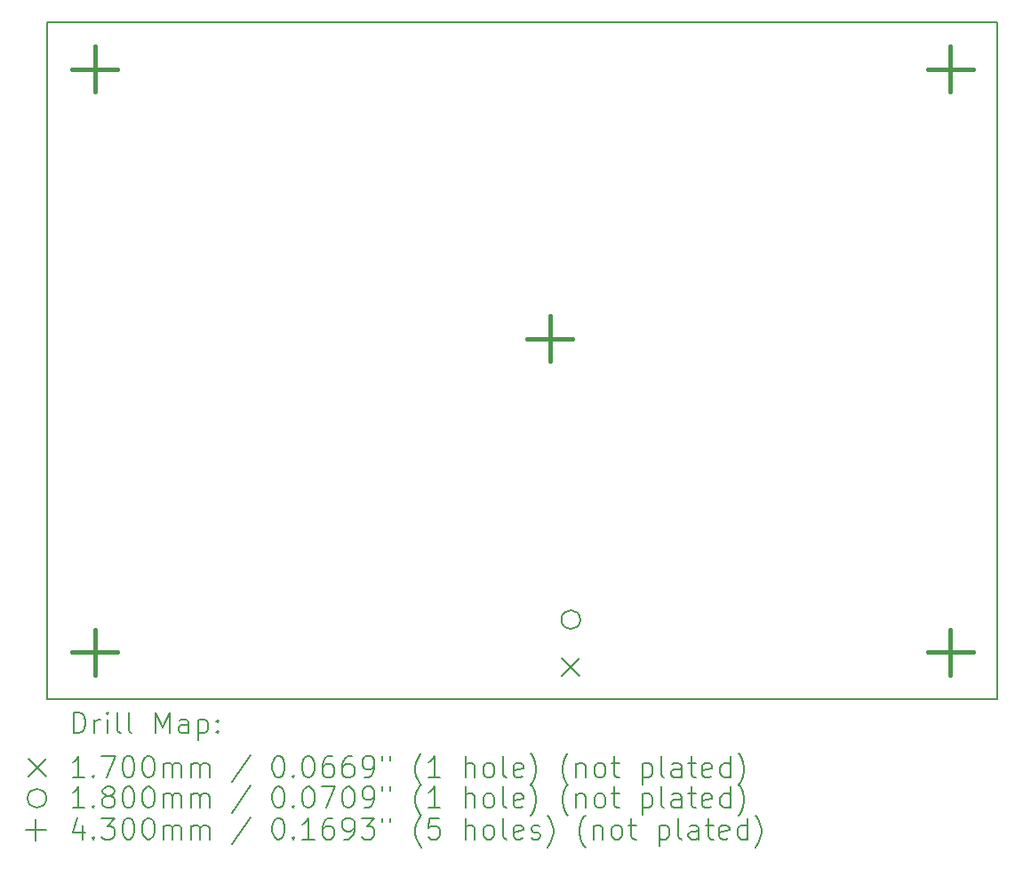
<source format=gbr>
%FSLAX45Y45*%
G04 Gerber Fmt 4.5, Leading zero omitted, Abs format (unit mm)*
G04 Created by KiCad (PCBNEW (6.0.2)) date 2023-08-04 12:45:14*
%MOMM*%
%LPD*%
G01*
G04 APERTURE LIST*
%TA.AperFunction,Profile*%
%ADD10C,0.200000*%
%TD*%
%ADD11C,0.200000*%
%ADD12C,0.170000*%
%ADD13C,0.180000*%
%ADD14C,0.430000*%
G04 APERTURE END LIST*
D10*
X14850000Y-6350000D02*
X5800000Y-6350000D01*
X5800000Y-6350000D02*
X5800000Y-12800000D01*
X5800000Y-12800000D02*
X14850000Y-12800000D01*
X14850000Y-12800000D02*
X14850000Y-6350000D01*
D11*
D12*
X10700750Y-12405000D02*
X10870750Y-12575000D01*
X10870750Y-12405000D02*
X10700750Y-12575000D01*
D13*
X10875750Y-12040000D02*
G75*
G03*
X10875750Y-12040000I-90000J0D01*
G01*
D14*
X6250000Y-6585000D02*
X6250000Y-7015000D01*
X6035000Y-6800000D02*
X6465000Y-6800000D01*
X6250000Y-12135000D02*
X6250000Y-12565000D01*
X6035000Y-12350000D02*
X6465000Y-12350000D01*
X10585000Y-9150000D02*
X10585000Y-9580000D01*
X10370000Y-9365000D02*
X10800000Y-9365000D01*
X14400000Y-6585000D02*
X14400000Y-7015000D01*
X14185000Y-6800000D02*
X14615000Y-6800000D01*
X14400000Y-12135000D02*
X14400000Y-12565000D01*
X14185000Y-12350000D02*
X14615000Y-12350000D01*
D11*
X6047619Y-13120476D02*
X6047619Y-12920476D01*
X6095238Y-12920476D01*
X6123809Y-12930000D01*
X6142857Y-12949048D01*
X6152381Y-12968095D01*
X6161905Y-13006190D01*
X6161905Y-13034762D01*
X6152381Y-13072857D01*
X6142857Y-13091905D01*
X6123809Y-13110952D01*
X6095238Y-13120476D01*
X6047619Y-13120476D01*
X6247619Y-13120476D02*
X6247619Y-12987143D01*
X6247619Y-13025238D02*
X6257143Y-13006190D01*
X6266667Y-12996667D01*
X6285714Y-12987143D01*
X6304762Y-12987143D01*
X6371428Y-13120476D02*
X6371428Y-12987143D01*
X6371428Y-12920476D02*
X6361905Y-12930000D01*
X6371428Y-12939524D01*
X6380952Y-12930000D01*
X6371428Y-12920476D01*
X6371428Y-12939524D01*
X6495238Y-13120476D02*
X6476190Y-13110952D01*
X6466667Y-13091905D01*
X6466667Y-12920476D01*
X6600000Y-13120476D02*
X6580952Y-13110952D01*
X6571428Y-13091905D01*
X6571428Y-12920476D01*
X6828571Y-13120476D02*
X6828571Y-12920476D01*
X6895238Y-13063333D01*
X6961905Y-12920476D01*
X6961905Y-13120476D01*
X7142857Y-13120476D02*
X7142857Y-13015714D01*
X7133333Y-12996667D01*
X7114286Y-12987143D01*
X7076190Y-12987143D01*
X7057143Y-12996667D01*
X7142857Y-13110952D02*
X7123809Y-13120476D01*
X7076190Y-13120476D01*
X7057143Y-13110952D01*
X7047619Y-13091905D01*
X7047619Y-13072857D01*
X7057143Y-13053809D01*
X7076190Y-13044286D01*
X7123809Y-13044286D01*
X7142857Y-13034762D01*
X7238095Y-12987143D02*
X7238095Y-13187143D01*
X7238095Y-12996667D02*
X7257143Y-12987143D01*
X7295238Y-12987143D01*
X7314286Y-12996667D01*
X7323809Y-13006190D01*
X7333333Y-13025238D01*
X7333333Y-13082381D01*
X7323809Y-13101428D01*
X7314286Y-13110952D01*
X7295238Y-13120476D01*
X7257143Y-13120476D01*
X7238095Y-13110952D01*
X7419048Y-13101428D02*
X7428571Y-13110952D01*
X7419048Y-13120476D01*
X7409524Y-13110952D01*
X7419048Y-13101428D01*
X7419048Y-13120476D01*
X7419048Y-12996667D02*
X7428571Y-13006190D01*
X7419048Y-13015714D01*
X7409524Y-13006190D01*
X7419048Y-12996667D01*
X7419048Y-13015714D01*
D12*
X5620000Y-13365000D02*
X5790000Y-13535000D01*
X5790000Y-13365000D02*
X5620000Y-13535000D01*
D11*
X6152381Y-13540476D02*
X6038095Y-13540476D01*
X6095238Y-13540476D02*
X6095238Y-13340476D01*
X6076190Y-13369048D01*
X6057143Y-13388095D01*
X6038095Y-13397619D01*
X6238095Y-13521428D02*
X6247619Y-13530952D01*
X6238095Y-13540476D01*
X6228571Y-13530952D01*
X6238095Y-13521428D01*
X6238095Y-13540476D01*
X6314286Y-13340476D02*
X6447619Y-13340476D01*
X6361905Y-13540476D01*
X6561905Y-13340476D02*
X6580952Y-13340476D01*
X6600000Y-13350000D01*
X6609524Y-13359524D01*
X6619048Y-13378571D01*
X6628571Y-13416667D01*
X6628571Y-13464286D01*
X6619048Y-13502381D01*
X6609524Y-13521428D01*
X6600000Y-13530952D01*
X6580952Y-13540476D01*
X6561905Y-13540476D01*
X6542857Y-13530952D01*
X6533333Y-13521428D01*
X6523809Y-13502381D01*
X6514286Y-13464286D01*
X6514286Y-13416667D01*
X6523809Y-13378571D01*
X6533333Y-13359524D01*
X6542857Y-13350000D01*
X6561905Y-13340476D01*
X6752381Y-13340476D02*
X6771428Y-13340476D01*
X6790476Y-13350000D01*
X6800000Y-13359524D01*
X6809524Y-13378571D01*
X6819048Y-13416667D01*
X6819048Y-13464286D01*
X6809524Y-13502381D01*
X6800000Y-13521428D01*
X6790476Y-13530952D01*
X6771428Y-13540476D01*
X6752381Y-13540476D01*
X6733333Y-13530952D01*
X6723809Y-13521428D01*
X6714286Y-13502381D01*
X6704762Y-13464286D01*
X6704762Y-13416667D01*
X6714286Y-13378571D01*
X6723809Y-13359524D01*
X6733333Y-13350000D01*
X6752381Y-13340476D01*
X6904762Y-13540476D02*
X6904762Y-13407143D01*
X6904762Y-13426190D02*
X6914286Y-13416667D01*
X6933333Y-13407143D01*
X6961905Y-13407143D01*
X6980952Y-13416667D01*
X6990476Y-13435714D01*
X6990476Y-13540476D01*
X6990476Y-13435714D02*
X7000000Y-13416667D01*
X7019048Y-13407143D01*
X7047619Y-13407143D01*
X7066667Y-13416667D01*
X7076190Y-13435714D01*
X7076190Y-13540476D01*
X7171428Y-13540476D02*
X7171428Y-13407143D01*
X7171428Y-13426190D02*
X7180952Y-13416667D01*
X7200000Y-13407143D01*
X7228571Y-13407143D01*
X7247619Y-13416667D01*
X7257143Y-13435714D01*
X7257143Y-13540476D01*
X7257143Y-13435714D02*
X7266667Y-13416667D01*
X7285714Y-13407143D01*
X7314286Y-13407143D01*
X7333333Y-13416667D01*
X7342857Y-13435714D01*
X7342857Y-13540476D01*
X7733333Y-13330952D02*
X7561905Y-13588095D01*
X7990476Y-13340476D02*
X8009524Y-13340476D01*
X8028571Y-13350000D01*
X8038095Y-13359524D01*
X8047619Y-13378571D01*
X8057143Y-13416667D01*
X8057143Y-13464286D01*
X8047619Y-13502381D01*
X8038095Y-13521428D01*
X8028571Y-13530952D01*
X8009524Y-13540476D01*
X7990476Y-13540476D01*
X7971428Y-13530952D01*
X7961905Y-13521428D01*
X7952381Y-13502381D01*
X7942857Y-13464286D01*
X7942857Y-13416667D01*
X7952381Y-13378571D01*
X7961905Y-13359524D01*
X7971428Y-13350000D01*
X7990476Y-13340476D01*
X8142857Y-13521428D02*
X8152381Y-13530952D01*
X8142857Y-13540476D01*
X8133333Y-13530952D01*
X8142857Y-13521428D01*
X8142857Y-13540476D01*
X8276190Y-13340476D02*
X8295238Y-13340476D01*
X8314286Y-13350000D01*
X8323809Y-13359524D01*
X8333333Y-13378571D01*
X8342857Y-13416667D01*
X8342857Y-13464286D01*
X8333333Y-13502381D01*
X8323809Y-13521428D01*
X8314286Y-13530952D01*
X8295238Y-13540476D01*
X8276190Y-13540476D01*
X8257143Y-13530952D01*
X8247619Y-13521428D01*
X8238095Y-13502381D01*
X8228571Y-13464286D01*
X8228571Y-13416667D01*
X8238095Y-13378571D01*
X8247619Y-13359524D01*
X8257143Y-13350000D01*
X8276190Y-13340476D01*
X8514286Y-13340476D02*
X8476190Y-13340476D01*
X8457143Y-13350000D01*
X8447619Y-13359524D01*
X8428571Y-13388095D01*
X8419048Y-13426190D01*
X8419048Y-13502381D01*
X8428571Y-13521428D01*
X8438095Y-13530952D01*
X8457143Y-13540476D01*
X8495238Y-13540476D01*
X8514286Y-13530952D01*
X8523810Y-13521428D01*
X8533333Y-13502381D01*
X8533333Y-13454762D01*
X8523810Y-13435714D01*
X8514286Y-13426190D01*
X8495238Y-13416667D01*
X8457143Y-13416667D01*
X8438095Y-13426190D01*
X8428571Y-13435714D01*
X8419048Y-13454762D01*
X8704762Y-13340476D02*
X8666667Y-13340476D01*
X8647619Y-13350000D01*
X8638095Y-13359524D01*
X8619048Y-13388095D01*
X8609524Y-13426190D01*
X8609524Y-13502381D01*
X8619048Y-13521428D01*
X8628571Y-13530952D01*
X8647619Y-13540476D01*
X8685714Y-13540476D01*
X8704762Y-13530952D01*
X8714286Y-13521428D01*
X8723810Y-13502381D01*
X8723810Y-13454762D01*
X8714286Y-13435714D01*
X8704762Y-13426190D01*
X8685714Y-13416667D01*
X8647619Y-13416667D01*
X8628571Y-13426190D01*
X8619048Y-13435714D01*
X8609524Y-13454762D01*
X8819048Y-13540476D02*
X8857143Y-13540476D01*
X8876190Y-13530952D01*
X8885714Y-13521428D01*
X8904762Y-13492857D01*
X8914286Y-13454762D01*
X8914286Y-13378571D01*
X8904762Y-13359524D01*
X8895238Y-13350000D01*
X8876190Y-13340476D01*
X8838095Y-13340476D01*
X8819048Y-13350000D01*
X8809524Y-13359524D01*
X8800000Y-13378571D01*
X8800000Y-13426190D01*
X8809524Y-13445238D01*
X8819048Y-13454762D01*
X8838095Y-13464286D01*
X8876190Y-13464286D01*
X8895238Y-13454762D01*
X8904762Y-13445238D01*
X8914286Y-13426190D01*
X8990476Y-13340476D02*
X8990476Y-13378571D01*
X9066667Y-13340476D02*
X9066667Y-13378571D01*
X9361905Y-13616667D02*
X9352381Y-13607143D01*
X9333333Y-13578571D01*
X9323810Y-13559524D01*
X9314286Y-13530952D01*
X9304762Y-13483333D01*
X9304762Y-13445238D01*
X9314286Y-13397619D01*
X9323810Y-13369048D01*
X9333333Y-13350000D01*
X9352381Y-13321428D01*
X9361905Y-13311905D01*
X9542857Y-13540476D02*
X9428571Y-13540476D01*
X9485714Y-13540476D02*
X9485714Y-13340476D01*
X9466667Y-13369048D01*
X9447619Y-13388095D01*
X9428571Y-13397619D01*
X9780952Y-13540476D02*
X9780952Y-13340476D01*
X9866667Y-13540476D02*
X9866667Y-13435714D01*
X9857143Y-13416667D01*
X9838095Y-13407143D01*
X9809524Y-13407143D01*
X9790476Y-13416667D01*
X9780952Y-13426190D01*
X9990476Y-13540476D02*
X9971429Y-13530952D01*
X9961905Y-13521428D01*
X9952381Y-13502381D01*
X9952381Y-13445238D01*
X9961905Y-13426190D01*
X9971429Y-13416667D01*
X9990476Y-13407143D01*
X10019048Y-13407143D01*
X10038095Y-13416667D01*
X10047619Y-13426190D01*
X10057143Y-13445238D01*
X10057143Y-13502381D01*
X10047619Y-13521428D01*
X10038095Y-13530952D01*
X10019048Y-13540476D01*
X9990476Y-13540476D01*
X10171429Y-13540476D02*
X10152381Y-13530952D01*
X10142857Y-13511905D01*
X10142857Y-13340476D01*
X10323810Y-13530952D02*
X10304762Y-13540476D01*
X10266667Y-13540476D01*
X10247619Y-13530952D01*
X10238095Y-13511905D01*
X10238095Y-13435714D01*
X10247619Y-13416667D01*
X10266667Y-13407143D01*
X10304762Y-13407143D01*
X10323810Y-13416667D01*
X10333333Y-13435714D01*
X10333333Y-13454762D01*
X10238095Y-13473809D01*
X10400000Y-13616667D02*
X10409524Y-13607143D01*
X10428571Y-13578571D01*
X10438095Y-13559524D01*
X10447619Y-13530952D01*
X10457143Y-13483333D01*
X10457143Y-13445238D01*
X10447619Y-13397619D01*
X10438095Y-13369048D01*
X10428571Y-13350000D01*
X10409524Y-13321428D01*
X10400000Y-13311905D01*
X10761905Y-13616667D02*
X10752381Y-13607143D01*
X10733333Y-13578571D01*
X10723810Y-13559524D01*
X10714286Y-13530952D01*
X10704762Y-13483333D01*
X10704762Y-13445238D01*
X10714286Y-13397619D01*
X10723810Y-13369048D01*
X10733333Y-13350000D01*
X10752381Y-13321428D01*
X10761905Y-13311905D01*
X10838095Y-13407143D02*
X10838095Y-13540476D01*
X10838095Y-13426190D02*
X10847619Y-13416667D01*
X10866667Y-13407143D01*
X10895238Y-13407143D01*
X10914286Y-13416667D01*
X10923810Y-13435714D01*
X10923810Y-13540476D01*
X11047619Y-13540476D02*
X11028571Y-13530952D01*
X11019048Y-13521428D01*
X11009524Y-13502381D01*
X11009524Y-13445238D01*
X11019048Y-13426190D01*
X11028571Y-13416667D01*
X11047619Y-13407143D01*
X11076190Y-13407143D01*
X11095238Y-13416667D01*
X11104762Y-13426190D01*
X11114286Y-13445238D01*
X11114286Y-13502381D01*
X11104762Y-13521428D01*
X11095238Y-13530952D01*
X11076190Y-13540476D01*
X11047619Y-13540476D01*
X11171429Y-13407143D02*
X11247619Y-13407143D01*
X11200000Y-13340476D02*
X11200000Y-13511905D01*
X11209524Y-13530952D01*
X11228571Y-13540476D01*
X11247619Y-13540476D01*
X11466667Y-13407143D02*
X11466667Y-13607143D01*
X11466667Y-13416667D02*
X11485714Y-13407143D01*
X11523809Y-13407143D01*
X11542857Y-13416667D01*
X11552381Y-13426190D01*
X11561905Y-13445238D01*
X11561905Y-13502381D01*
X11552381Y-13521428D01*
X11542857Y-13530952D01*
X11523809Y-13540476D01*
X11485714Y-13540476D01*
X11466667Y-13530952D01*
X11676190Y-13540476D02*
X11657143Y-13530952D01*
X11647619Y-13511905D01*
X11647619Y-13340476D01*
X11838095Y-13540476D02*
X11838095Y-13435714D01*
X11828571Y-13416667D01*
X11809524Y-13407143D01*
X11771428Y-13407143D01*
X11752381Y-13416667D01*
X11838095Y-13530952D02*
X11819048Y-13540476D01*
X11771428Y-13540476D01*
X11752381Y-13530952D01*
X11742857Y-13511905D01*
X11742857Y-13492857D01*
X11752381Y-13473809D01*
X11771428Y-13464286D01*
X11819048Y-13464286D01*
X11838095Y-13454762D01*
X11904762Y-13407143D02*
X11980952Y-13407143D01*
X11933333Y-13340476D02*
X11933333Y-13511905D01*
X11942857Y-13530952D01*
X11961905Y-13540476D01*
X11980952Y-13540476D01*
X12123809Y-13530952D02*
X12104762Y-13540476D01*
X12066667Y-13540476D01*
X12047619Y-13530952D01*
X12038095Y-13511905D01*
X12038095Y-13435714D01*
X12047619Y-13416667D01*
X12066667Y-13407143D01*
X12104762Y-13407143D01*
X12123809Y-13416667D01*
X12133333Y-13435714D01*
X12133333Y-13454762D01*
X12038095Y-13473809D01*
X12304762Y-13540476D02*
X12304762Y-13340476D01*
X12304762Y-13530952D02*
X12285714Y-13540476D01*
X12247619Y-13540476D01*
X12228571Y-13530952D01*
X12219048Y-13521428D01*
X12209524Y-13502381D01*
X12209524Y-13445238D01*
X12219048Y-13426190D01*
X12228571Y-13416667D01*
X12247619Y-13407143D01*
X12285714Y-13407143D01*
X12304762Y-13416667D01*
X12380952Y-13616667D02*
X12390476Y-13607143D01*
X12409524Y-13578571D01*
X12419048Y-13559524D01*
X12428571Y-13530952D01*
X12438095Y-13483333D01*
X12438095Y-13445238D01*
X12428571Y-13397619D01*
X12419048Y-13369048D01*
X12409524Y-13350000D01*
X12390476Y-13321428D01*
X12380952Y-13311905D01*
D13*
X5790000Y-13740000D02*
G75*
G03*
X5790000Y-13740000I-90000J0D01*
G01*
D11*
X6152381Y-13830476D02*
X6038095Y-13830476D01*
X6095238Y-13830476D02*
X6095238Y-13630476D01*
X6076190Y-13659048D01*
X6057143Y-13678095D01*
X6038095Y-13687619D01*
X6238095Y-13811428D02*
X6247619Y-13820952D01*
X6238095Y-13830476D01*
X6228571Y-13820952D01*
X6238095Y-13811428D01*
X6238095Y-13830476D01*
X6361905Y-13716190D02*
X6342857Y-13706667D01*
X6333333Y-13697143D01*
X6323809Y-13678095D01*
X6323809Y-13668571D01*
X6333333Y-13649524D01*
X6342857Y-13640000D01*
X6361905Y-13630476D01*
X6400000Y-13630476D01*
X6419048Y-13640000D01*
X6428571Y-13649524D01*
X6438095Y-13668571D01*
X6438095Y-13678095D01*
X6428571Y-13697143D01*
X6419048Y-13706667D01*
X6400000Y-13716190D01*
X6361905Y-13716190D01*
X6342857Y-13725714D01*
X6333333Y-13735238D01*
X6323809Y-13754286D01*
X6323809Y-13792381D01*
X6333333Y-13811428D01*
X6342857Y-13820952D01*
X6361905Y-13830476D01*
X6400000Y-13830476D01*
X6419048Y-13820952D01*
X6428571Y-13811428D01*
X6438095Y-13792381D01*
X6438095Y-13754286D01*
X6428571Y-13735238D01*
X6419048Y-13725714D01*
X6400000Y-13716190D01*
X6561905Y-13630476D02*
X6580952Y-13630476D01*
X6600000Y-13640000D01*
X6609524Y-13649524D01*
X6619048Y-13668571D01*
X6628571Y-13706667D01*
X6628571Y-13754286D01*
X6619048Y-13792381D01*
X6609524Y-13811428D01*
X6600000Y-13820952D01*
X6580952Y-13830476D01*
X6561905Y-13830476D01*
X6542857Y-13820952D01*
X6533333Y-13811428D01*
X6523809Y-13792381D01*
X6514286Y-13754286D01*
X6514286Y-13706667D01*
X6523809Y-13668571D01*
X6533333Y-13649524D01*
X6542857Y-13640000D01*
X6561905Y-13630476D01*
X6752381Y-13630476D02*
X6771428Y-13630476D01*
X6790476Y-13640000D01*
X6800000Y-13649524D01*
X6809524Y-13668571D01*
X6819048Y-13706667D01*
X6819048Y-13754286D01*
X6809524Y-13792381D01*
X6800000Y-13811428D01*
X6790476Y-13820952D01*
X6771428Y-13830476D01*
X6752381Y-13830476D01*
X6733333Y-13820952D01*
X6723809Y-13811428D01*
X6714286Y-13792381D01*
X6704762Y-13754286D01*
X6704762Y-13706667D01*
X6714286Y-13668571D01*
X6723809Y-13649524D01*
X6733333Y-13640000D01*
X6752381Y-13630476D01*
X6904762Y-13830476D02*
X6904762Y-13697143D01*
X6904762Y-13716190D02*
X6914286Y-13706667D01*
X6933333Y-13697143D01*
X6961905Y-13697143D01*
X6980952Y-13706667D01*
X6990476Y-13725714D01*
X6990476Y-13830476D01*
X6990476Y-13725714D02*
X7000000Y-13706667D01*
X7019048Y-13697143D01*
X7047619Y-13697143D01*
X7066667Y-13706667D01*
X7076190Y-13725714D01*
X7076190Y-13830476D01*
X7171428Y-13830476D02*
X7171428Y-13697143D01*
X7171428Y-13716190D02*
X7180952Y-13706667D01*
X7200000Y-13697143D01*
X7228571Y-13697143D01*
X7247619Y-13706667D01*
X7257143Y-13725714D01*
X7257143Y-13830476D01*
X7257143Y-13725714D02*
X7266667Y-13706667D01*
X7285714Y-13697143D01*
X7314286Y-13697143D01*
X7333333Y-13706667D01*
X7342857Y-13725714D01*
X7342857Y-13830476D01*
X7733333Y-13620952D02*
X7561905Y-13878095D01*
X7990476Y-13630476D02*
X8009524Y-13630476D01*
X8028571Y-13640000D01*
X8038095Y-13649524D01*
X8047619Y-13668571D01*
X8057143Y-13706667D01*
X8057143Y-13754286D01*
X8047619Y-13792381D01*
X8038095Y-13811428D01*
X8028571Y-13820952D01*
X8009524Y-13830476D01*
X7990476Y-13830476D01*
X7971428Y-13820952D01*
X7961905Y-13811428D01*
X7952381Y-13792381D01*
X7942857Y-13754286D01*
X7942857Y-13706667D01*
X7952381Y-13668571D01*
X7961905Y-13649524D01*
X7971428Y-13640000D01*
X7990476Y-13630476D01*
X8142857Y-13811428D02*
X8152381Y-13820952D01*
X8142857Y-13830476D01*
X8133333Y-13820952D01*
X8142857Y-13811428D01*
X8142857Y-13830476D01*
X8276190Y-13630476D02*
X8295238Y-13630476D01*
X8314286Y-13640000D01*
X8323809Y-13649524D01*
X8333333Y-13668571D01*
X8342857Y-13706667D01*
X8342857Y-13754286D01*
X8333333Y-13792381D01*
X8323809Y-13811428D01*
X8314286Y-13820952D01*
X8295238Y-13830476D01*
X8276190Y-13830476D01*
X8257143Y-13820952D01*
X8247619Y-13811428D01*
X8238095Y-13792381D01*
X8228571Y-13754286D01*
X8228571Y-13706667D01*
X8238095Y-13668571D01*
X8247619Y-13649524D01*
X8257143Y-13640000D01*
X8276190Y-13630476D01*
X8409524Y-13630476D02*
X8542857Y-13630476D01*
X8457143Y-13830476D01*
X8657143Y-13630476D02*
X8676190Y-13630476D01*
X8695238Y-13640000D01*
X8704762Y-13649524D01*
X8714286Y-13668571D01*
X8723810Y-13706667D01*
X8723810Y-13754286D01*
X8714286Y-13792381D01*
X8704762Y-13811428D01*
X8695238Y-13820952D01*
X8676190Y-13830476D01*
X8657143Y-13830476D01*
X8638095Y-13820952D01*
X8628571Y-13811428D01*
X8619048Y-13792381D01*
X8609524Y-13754286D01*
X8609524Y-13706667D01*
X8619048Y-13668571D01*
X8628571Y-13649524D01*
X8638095Y-13640000D01*
X8657143Y-13630476D01*
X8819048Y-13830476D02*
X8857143Y-13830476D01*
X8876190Y-13820952D01*
X8885714Y-13811428D01*
X8904762Y-13782857D01*
X8914286Y-13744762D01*
X8914286Y-13668571D01*
X8904762Y-13649524D01*
X8895238Y-13640000D01*
X8876190Y-13630476D01*
X8838095Y-13630476D01*
X8819048Y-13640000D01*
X8809524Y-13649524D01*
X8800000Y-13668571D01*
X8800000Y-13716190D01*
X8809524Y-13735238D01*
X8819048Y-13744762D01*
X8838095Y-13754286D01*
X8876190Y-13754286D01*
X8895238Y-13744762D01*
X8904762Y-13735238D01*
X8914286Y-13716190D01*
X8990476Y-13630476D02*
X8990476Y-13668571D01*
X9066667Y-13630476D02*
X9066667Y-13668571D01*
X9361905Y-13906667D02*
X9352381Y-13897143D01*
X9333333Y-13868571D01*
X9323810Y-13849524D01*
X9314286Y-13820952D01*
X9304762Y-13773333D01*
X9304762Y-13735238D01*
X9314286Y-13687619D01*
X9323810Y-13659048D01*
X9333333Y-13640000D01*
X9352381Y-13611428D01*
X9361905Y-13601905D01*
X9542857Y-13830476D02*
X9428571Y-13830476D01*
X9485714Y-13830476D02*
X9485714Y-13630476D01*
X9466667Y-13659048D01*
X9447619Y-13678095D01*
X9428571Y-13687619D01*
X9780952Y-13830476D02*
X9780952Y-13630476D01*
X9866667Y-13830476D02*
X9866667Y-13725714D01*
X9857143Y-13706667D01*
X9838095Y-13697143D01*
X9809524Y-13697143D01*
X9790476Y-13706667D01*
X9780952Y-13716190D01*
X9990476Y-13830476D02*
X9971429Y-13820952D01*
X9961905Y-13811428D01*
X9952381Y-13792381D01*
X9952381Y-13735238D01*
X9961905Y-13716190D01*
X9971429Y-13706667D01*
X9990476Y-13697143D01*
X10019048Y-13697143D01*
X10038095Y-13706667D01*
X10047619Y-13716190D01*
X10057143Y-13735238D01*
X10057143Y-13792381D01*
X10047619Y-13811428D01*
X10038095Y-13820952D01*
X10019048Y-13830476D01*
X9990476Y-13830476D01*
X10171429Y-13830476D02*
X10152381Y-13820952D01*
X10142857Y-13801905D01*
X10142857Y-13630476D01*
X10323810Y-13820952D02*
X10304762Y-13830476D01*
X10266667Y-13830476D01*
X10247619Y-13820952D01*
X10238095Y-13801905D01*
X10238095Y-13725714D01*
X10247619Y-13706667D01*
X10266667Y-13697143D01*
X10304762Y-13697143D01*
X10323810Y-13706667D01*
X10333333Y-13725714D01*
X10333333Y-13744762D01*
X10238095Y-13763809D01*
X10400000Y-13906667D02*
X10409524Y-13897143D01*
X10428571Y-13868571D01*
X10438095Y-13849524D01*
X10447619Y-13820952D01*
X10457143Y-13773333D01*
X10457143Y-13735238D01*
X10447619Y-13687619D01*
X10438095Y-13659048D01*
X10428571Y-13640000D01*
X10409524Y-13611428D01*
X10400000Y-13601905D01*
X10761905Y-13906667D02*
X10752381Y-13897143D01*
X10733333Y-13868571D01*
X10723810Y-13849524D01*
X10714286Y-13820952D01*
X10704762Y-13773333D01*
X10704762Y-13735238D01*
X10714286Y-13687619D01*
X10723810Y-13659048D01*
X10733333Y-13640000D01*
X10752381Y-13611428D01*
X10761905Y-13601905D01*
X10838095Y-13697143D02*
X10838095Y-13830476D01*
X10838095Y-13716190D02*
X10847619Y-13706667D01*
X10866667Y-13697143D01*
X10895238Y-13697143D01*
X10914286Y-13706667D01*
X10923810Y-13725714D01*
X10923810Y-13830476D01*
X11047619Y-13830476D02*
X11028571Y-13820952D01*
X11019048Y-13811428D01*
X11009524Y-13792381D01*
X11009524Y-13735238D01*
X11019048Y-13716190D01*
X11028571Y-13706667D01*
X11047619Y-13697143D01*
X11076190Y-13697143D01*
X11095238Y-13706667D01*
X11104762Y-13716190D01*
X11114286Y-13735238D01*
X11114286Y-13792381D01*
X11104762Y-13811428D01*
X11095238Y-13820952D01*
X11076190Y-13830476D01*
X11047619Y-13830476D01*
X11171429Y-13697143D02*
X11247619Y-13697143D01*
X11200000Y-13630476D02*
X11200000Y-13801905D01*
X11209524Y-13820952D01*
X11228571Y-13830476D01*
X11247619Y-13830476D01*
X11466667Y-13697143D02*
X11466667Y-13897143D01*
X11466667Y-13706667D02*
X11485714Y-13697143D01*
X11523809Y-13697143D01*
X11542857Y-13706667D01*
X11552381Y-13716190D01*
X11561905Y-13735238D01*
X11561905Y-13792381D01*
X11552381Y-13811428D01*
X11542857Y-13820952D01*
X11523809Y-13830476D01*
X11485714Y-13830476D01*
X11466667Y-13820952D01*
X11676190Y-13830476D02*
X11657143Y-13820952D01*
X11647619Y-13801905D01*
X11647619Y-13630476D01*
X11838095Y-13830476D02*
X11838095Y-13725714D01*
X11828571Y-13706667D01*
X11809524Y-13697143D01*
X11771428Y-13697143D01*
X11752381Y-13706667D01*
X11838095Y-13820952D02*
X11819048Y-13830476D01*
X11771428Y-13830476D01*
X11752381Y-13820952D01*
X11742857Y-13801905D01*
X11742857Y-13782857D01*
X11752381Y-13763809D01*
X11771428Y-13754286D01*
X11819048Y-13754286D01*
X11838095Y-13744762D01*
X11904762Y-13697143D02*
X11980952Y-13697143D01*
X11933333Y-13630476D02*
X11933333Y-13801905D01*
X11942857Y-13820952D01*
X11961905Y-13830476D01*
X11980952Y-13830476D01*
X12123809Y-13820952D02*
X12104762Y-13830476D01*
X12066667Y-13830476D01*
X12047619Y-13820952D01*
X12038095Y-13801905D01*
X12038095Y-13725714D01*
X12047619Y-13706667D01*
X12066667Y-13697143D01*
X12104762Y-13697143D01*
X12123809Y-13706667D01*
X12133333Y-13725714D01*
X12133333Y-13744762D01*
X12038095Y-13763809D01*
X12304762Y-13830476D02*
X12304762Y-13630476D01*
X12304762Y-13820952D02*
X12285714Y-13830476D01*
X12247619Y-13830476D01*
X12228571Y-13820952D01*
X12219048Y-13811428D01*
X12209524Y-13792381D01*
X12209524Y-13735238D01*
X12219048Y-13716190D01*
X12228571Y-13706667D01*
X12247619Y-13697143D01*
X12285714Y-13697143D01*
X12304762Y-13706667D01*
X12380952Y-13906667D02*
X12390476Y-13897143D01*
X12409524Y-13868571D01*
X12419048Y-13849524D01*
X12428571Y-13820952D01*
X12438095Y-13773333D01*
X12438095Y-13735238D01*
X12428571Y-13687619D01*
X12419048Y-13659048D01*
X12409524Y-13640000D01*
X12390476Y-13611428D01*
X12380952Y-13601905D01*
X5690000Y-13940000D02*
X5690000Y-14140000D01*
X5590000Y-14040000D02*
X5790000Y-14040000D01*
X6133333Y-13997143D02*
X6133333Y-14130476D01*
X6085714Y-13920952D02*
X6038095Y-14063809D01*
X6161905Y-14063809D01*
X6238095Y-14111428D02*
X6247619Y-14120952D01*
X6238095Y-14130476D01*
X6228571Y-14120952D01*
X6238095Y-14111428D01*
X6238095Y-14130476D01*
X6314286Y-13930476D02*
X6438095Y-13930476D01*
X6371428Y-14006667D01*
X6400000Y-14006667D01*
X6419048Y-14016190D01*
X6428571Y-14025714D01*
X6438095Y-14044762D01*
X6438095Y-14092381D01*
X6428571Y-14111428D01*
X6419048Y-14120952D01*
X6400000Y-14130476D01*
X6342857Y-14130476D01*
X6323809Y-14120952D01*
X6314286Y-14111428D01*
X6561905Y-13930476D02*
X6580952Y-13930476D01*
X6600000Y-13940000D01*
X6609524Y-13949524D01*
X6619048Y-13968571D01*
X6628571Y-14006667D01*
X6628571Y-14054286D01*
X6619048Y-14092381D01*
X6609524Y-14111428D01*
X6600000Y-14120952D01*
X6580952Y-14130476D01*
X6561905Y-14130476D01*
X6542857Y-14120952D01*
X6533333Y-14111428D01*
X6523809Y-14092381D01*
X6514286Y-14054286D01*
X6514286Y-14006667D01*
X6523809Y-13968571D01*
X6533333Y-13949524D01*
X6542857Y-13940000D01*
X6561905Y-13930476D01*
X6752381Y-13930476D02*
X6771428Y-13930476D01*
X6790476Y-13940000D01*
X6800000Y-13949524D01*
X6809524Y-13968571D01*
X6819048Y-14006667D01*
X6819048Y-14054286D01*
X6809524Y-14092381D01*
X6800000Y-14111428D01*
X6790476Y-14120952D01*
X6771428Y-14130476D01*
X6752381Y-14130476D01*
X6733333Y-14120952D01*
X6723809Y-14111428D01*
X6714286Y-14092381D01*
X6704762Y-14054286D01*
X6704762Y-14006667D01*
X6714286Y-13968571D01*
X6723809Y-13949524D01*
X6733333Y-13940000D01*
X6752381Y-13930476D01*
X6904762Y-14130476D02*
X6904762Y-13997143D01*
X6904762Y-14016190D02*
X6914286Y-14006667D01*
X6933333Y-13997143D01*
X6961905Y-13997143D01*
X6980952Y-14006667D01*
X6990476Y-14025714D01*
X6990476Y-14130476D01*
X6990476Y-14025714D02*
X7000000Y-14006667D01*
X7019048Y-13997143D01*
X7047619Y-13997143D01*
X7066667Y-14006667D01*
X7076190Y-14025714D01*
X7076190Y-14130476D01*
X7171428Y-14130476D02*
X7171428Y-13997143D01*
X7171428Y-14016190D02*
X7180952Y-14006667D01*
X7200000Y-13997143D01*
X7228571Y-13997143D01*
X7247619Y-14006667D01*
X7257143Y-14025714D01*
X7257143Y-14130476D01*
X7257143Y-14025714D02*
X7266667Y-14006667D01*
X7285714Y-13997143D01*
X7314286Y-13997143D01*
X7333333Y-14006667D01*
X7342857Y-14025714D01*
X7342857Y-14130476D01*
X7733333Y-13920952D02*
X7561905Y-14178095D01*
X7990476Y-13930476D02*
X8009524Y-13930476D01*
X8028571Y-13940000D01*
X8038095Y-13949524D01*
X8047619Y-13968571D01*
X8057143Y-14006667D01*
X8057143Y-14054286D01*
X8047619Y-14092381D01*
X8038095Y-14111428D01*
X8028571Y-14120952D01*
X8009524Y-14130476D01*
X7990476Y-14130476D01*
X7971428Y-14120952D01*
X7961905Y-14111428D01*
X7952381Y-14092381D01*
X7942857Y-14054286D01*
X7942857Y-14006667D01*
X7952381Y-13968571D01*
X7961905Y-13949524D01*
X7971428Y-13940000D01*
X7990476Y-13930476D01*
X8142857Y-14111428D02*
X8152381Y-14120952D01*
X8142857Y-14130476D01*
X8133333Y-14120952D01*
X8142857Y-14111428D01*
X8142857Y-14130476D01*
X8342857Y-14130476D02*
X8228571Y-14130476D01*
X8285714Y-14130476D02*
X8285714Y-13930476D01*
X8266667Y-13959048D01*
X8247619Y-13978095D01*
X8228571Y-13987619D01*
X8514286Y-13930476D02*
X8476190Y-13930476D01*
X8457143Y-13940000D01*
X8447619Y-13949524D01*
X8428571Y-13978095D01*
X8419048Y-14016190D01*
X8419048Y-14092381D01*
X8428571Y-14111428D01*
X8438095Y-14120952D01*
X8457143Y-14130476D01*
X8495238Y-14130476D01*
X8514286Y-14120952D01*
X8523810Y-14111428D01*
X8533333Y-14092381D01*
X8533333Y-14044762D01*
X8523810Y-14025714D01*
X8514286Y-14016190D01*
X8495238Y-14006667D01*
X8457143Y-14006667D01*
X8438095Y-14016190D01*
X8428571Y-14025714D01*
X8419048Y-14044762D01*
X8628571Y-14130476D02*
X8666667Y-14130476D01*
X8685714Y-14120952D01*
X8695238Y-14111428D01*
X8714286Y-14082857D01*
X8723810Y-14044762D01*
X8723810Y-13968571D01*
X8714286Y-13949524D01*
X8704762Y-13940000D01*
X8685714Y-13930476D01*
X8647619Y-13930476D01*
X8628571Y-13940000D01*
X8619048Y-13949524D01*
X8609524Y-13968571D01*
X8609524Y-14016190D01*
X8619048Y-14035238D01*
X8628571Y-14044762D01*
X8647619Y-14054286D01*
X8685714Y-14054286D01*
X8704762Y-14044762D01*
X8714286Y-14035238D01*
X8723810Y-14016190D01*
X8790476Y-13930476D02*
X8914286Y-13930476D01*
X8847619Y-14006667D01*
X8876190Y-14006667D01*
X8895238Y-14016190D01*
X8904762Y-14025714D01*
X8914286Y-14044762D01*
X8914286Y-14092381D01*
X8904762Y-14111428D01*
X8895238Y-14120952D01*
X8876190Y-14130476D01*
X8819048Y-14130476D01*
X8800000Y-14120952D01*
X8790476Y-14111428D01*
X8990476Y-13930476D02*
X8990476Y-13968571D01*
X9066667Y-13930476D02*
X9066667Y-13968571D01*
X9361905Y-14206667D02*
X9352381Y-14197143D01*
X9333333Y-14168571D01*
X9323810Y-14149524D01*
X9314286Y-14120952D01*
X9304762Y-14073333D01*
X9304762Y-14035238D01*
X9314286Y-13987619D01*
X9323810Y-13959048D01*
X9333333Y-13940000D01*
X9352381Y-13911428D01*
X9361905Y-13901905D01*
X9533333Y-13930476D02*
X9438095Y-13930476D01*
X9428571Y-14025714D01*
X9438095Y-14016190D01*
X9457143Y-14006667D01*
X9504762Y-14006667D01*
X9523810Y-14016190D01*
X9533333Y-14025714D01*
X9542857Y-14044762D01*
X9542857Y-14092381D01*
X9533333Y-14111428D01*
X9523810Y-14120952D01*
X9504762Y-14130476D01*
X9457143Y-14130476D01*
X9438095Y-14120952D01*
X9428571Y-14111428D01*
X9780952Y-14130476D02*
X9780952Y-13930476D01*
X9866667Y-14130476D02*
X9866667Y-14025714D01*
X9857143Y-14006667D01*
X9838095Y-13997143D01*
X9809524Y-13997143D01*
X9790476Y-14006667D01*
X9780952Y-14016190D01*
X9990476Y-14130476D02*
X9971429Y-14120952D01*
X9961905Y-14111428D01*
X9952381Y-14092381D01*
X9952381Y-14035238D01*
X9961905Y-14016190D01*
X9971429Y-14006667D01*
X9990476Y-13997143D01*
X10019048Y-13997143D01*
X10038095Y-14006667D01*
X10047619Y-14016190D01*
X10057143Y-14035238D01*
X10057143Y-14092381D01*
X10047619Y-14111428D01*
X10038095Y-14120952D01*
X10019048Y-14130476D01*
X9990476Y-14130476D01*
X10171429Y-14130476D02*
X10152381Y-14120952D01*
X10142857Y-14101905D01*
X10142857Y-13930476D01*
X10323810Y-14120952D02*
X10304762Y-14130476D01*
X10266667Y-14130476D01*
X10247619Y-14120952D01*
X10238095Y-14101905D01*
X10238095Y-14025714D01*
X10247619Y-14006667D01*
X10266667Y-13997143D01*
X10304762Y-13997143D01*
X10323810Y-14006667D01*
X10333333Y-14025714D01*
X10333333Y-14044762D01*
X10238095Y-14063809D01*
X10409524Y-14120952D02*
X10428571Y-14130476D01*
X10466667Y-14130476D01*
X10485714Y-14120952D01*
X10495238Y-14101905D01*
X10495238Y-14092381D01*
X10485714Y-14073333D01*
X10466667Y-14063809D01*
X10438095Y-14063809D01*
X10419048Y-14054286D01*
X10409524Y-14035238D01*
X10409524Y-14025714D01*
X10419048Y-14006667D01*
X10438095Y-13997143D01*
X10466667Y-13997143D01*
X10485714Y-14006667D01*
X10561905Y-14206667D02*
X10571429Y-14197143D01*
X10590476Y-14168571D01*
X10600000Y-14149524D01*
X10609524Y-14120952D01*
X10619048Y-14073333D01*
X10619048Y-14035238D01*
X10609524Y-13987619D01*
X10600000Y-13959048D01*
X10590476Y-13940000D01*
X10571429Y-13911428D01*
X10561905Y-13901905D01*
X10923810Y-14206667D02*
X10914286Y-14197143D01*
X10895238Y-14168571D01*
X10885714Y-14149524D01*
X10876190Y-14120952D01*
X10866667Y-14073333D01*
X10866667Y-14035238D01*
X10876190Y-13987619D01*
X10885714Y-13959048D01*
X10895238Y-13940000D01*
X10914286Y-13911428D01*
X10923810Y-13901905D01*
X11000000Y-13997143D02*
X11000000Y-14130476D01*
X11000000Y-14016190D02*
X11009524Y-14006667D01*
X11028571Y-13997143D01*
X11057143Y-13997143D01*
X11076190Y-14006667D01*
X11085714Y-14025714D01*
X11085714Y-14130476D01*
X11209524Y-14130476D02*
X11190476Y-14120952D01*
X11180952Y-14111428D01*
X11171429Y-14092381D01*
X11171429Y-14035238D01*
X11180952Y-14016190D01*
X11190476Y-14006667D01*
X11209524Y-13997143D01*
X11238095Y-13997143D01*
X11257143Y-14006667D01*
X11266667Y-14016190D01*
X11276190Y-14035238D01*
X11276190Y-14092381D01*
X11266667Y-14111428D01*
X11257143Y-14120952D01*
X11238095Y-14130476D01*
X11209524Y-14130476D01*
X11333333Y-13997143D02*
X11409524Y-13997143D01*
X11361905Y-13930476D02*
X11361905Y-14101905D01*
X11371428Y-14120952D01*
X11390476Y-14130476D01*
X11409524Y-14130476D01*
X11628571Y-13997143D02*
X11628571Y-14197143D01*
X11628571Y-14006667D02*
X11647619Y-13997143D01*
X11685714Y-13997143D01*
X11704762Y-14006667D01*
X11714286Y-14016190D01*
X11723809Y-14035238D01*
X11723809Y-14092381D01*
X11714286Y-14111428D01*
X11704762Y-14120952D01*
X11685714Y-14130476D01*
X11647619Y-14130476D01*
X11628571Y-14120952D01*
X11838095Y-14130476D02*
X11819048Y-14120952D01*
X11809524Y-14101905D01*
X11809524Y-13930476D01*
X12000000Y-14130476D02*
X12000000Y-14025714D01*
X11990476Y-14006667D01*
X11971428Y-13997143D01*
X11933333Y-13997143D01*
X11914286Y-14006667D01*
X12000000Y-14120952D02*
X11980952Y-14130476D01*
X11933333Y-14130476D01*
X11914286Y-14120952D01*
X11904762Y-14101905D01*
X11904762Y-14082857D01*
X11914286Y-14063809D01*
X11933333Y-14054286D01*
X11980952Y-14054286D01*
X12000000Y-14044762D01*
X12066667Y-13997143D02*
X12142857Y-13997143D01*
X12095238Y-13930476D02*
X12095238Y-14101905D01*
X12104762Y-14120952D01*
X12123809Y-14130476D01*
X12142857Y-14130476D01*
X12285714Y-14120952D02*
X12266667Y-14130476D01*
X12228571Y-14130476D01*
X12209524Y-14120952D01*
X12200000Y-14101905D01*
X12200000Y-14025714D01*
X12209524Y-14006667D01*
X12228571Y-13997143D01*
X12266667Y-13997143D01*
X12285714Y-14006667D01*
X12295238Y-14025714D01*
X12295238Y-14044762D01*
X12200000Y-14063809D01*
X12466667Y-14130476D02*
X12466667Y-13930476D01*
X12466667Y-14120952D02*
X12447619Y-14130476D01*
X12409524Y-14130476D01*
X12390476Y-14120952D01*
X12380952Y-14111428D01*
X12371428Y-14092381D01*
X12371428Y-14035238D01*
X12380952Y-14016190D01*
X12390476Y-14006667D01*
X12409524Y-13997143D01*
X12447619Y-13997143D01*
X12466667Y-14006667D01*
X12542857Y-14206667D02*
X12552381Y-14197143D01*
X12571428Y-14168571D01*
X12580952Y-14149524D01*
X12590476Y-14120952D01*
X12600000Y-14073333D01*
X12600000Y-14035238D01*
X12590476Y-13987619D01*
X12580952Y-13959048D01*
X12571428Y-13940000D01*
X12552381Y-13911428D01*
X12542857Y-13901905D01*
M02*

</source>
